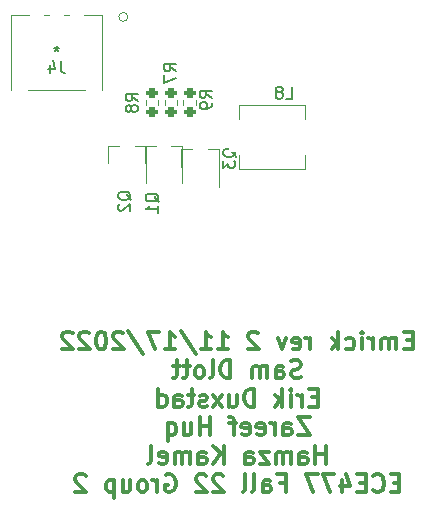
<source format=gbo>
G04 #@! TF.GenerationSoftware,KiCad,Pcbnew,(6.0.8)*
G04 #@! TF.CreationDate,2022-11-18T11:01:35-05:00*
G04 #@! TF.ProjectId,Emrick,456d7269-636b-42e6-9b69-6361645f7063,2*
G04 #@! TF.SameCoordinates,Original*
G04 #@! TF.FileFunction,Legend,Bot*
G04 #@! TF.FilePolarity,Positive*
%FSLAX46Y46*%
G04 Gerber Fmt 4.6, Leading zero omitted, Abs format (unit mm)*
G04 Created by KiCad (PCBNEW (6.0.8)) date 2022-11-18 11:01:35*
%MOMM*%
%LPD*%
G01*
G04 APERTURE LIST*
G04 Aperture macros list*
%AMRoundRect*
0 Rectangle with rounded corners*
0 $1 Rounding radius*
0 $2 $3 $4 $5 $6 $7 $8 $9 X,Y pos of 4 corners*
0 Add a 4 corners polygon primitive as box body*
4,1,4,$2,$3,$4,$5,$6,$7,$8,$9,$2,$3,0*
0 Add four circle primitives for the rounded corners*
1,1,$1+$1,$2,$3*
1,1,$1+$1,$4,$5*
1,1,$1+$1,$6,$7*
1,1,$1+$1,$8,$9*
0 Add four rect primitives between the rounded corners*
20,1,$1+$1,$2,$3,$4,$5,0*
20,1,$1+$1,$4,$5,$6,$7,0*
20,1,$1+$1,$6,$7,$8,$9,0*
20,1,$1+$1,$8,$9,$2,$3,0*%
G04 Aperture macros list end*
%ADD10C,0.300000*%
%ADD11C,0.150000*%
%ADD12C,0.120000*%
%ADD13R,0.800000X1.900000*%
%ADD14C,0.508000*%
%ADD15C,0.499999*%
%ADD16R,1.000000X1.000000*%
%ADD17O,1.000000X1.000000*%
%ADD18R,1.700000X1.700000*%
%ADD19O,1.700000X1.700000*%
%ADD20C,0.650000*%
%ADD21O,1.600000X1.000000*%
%ADD22O,2.100000X1.000000*%
%ADD23R,2.500000X2.500000*%
%ADD24RoundRect,0.200000X-0.275000X0.200000X-0.275000X-0.200000X0.275000X-0.200000X0.275000X0.200000X0*%
%ADD25R,0.762000X1.854200*%
%ADD26R,0.660400X2.000000*%
G04 APERTURE END LIST*
D10*
X117385714Y-47055357D02*
X116885714Y-47055357D01*
X116671428Y-47841071D02*
X117385714Y-47841071D01*
X117385714Y-46341071D01*
X116671428Y-46341071D01*
X116028571Y-47841071D02*
X116028571Y-46841071D01*
X116028571Y-46983928D02*
X115957142Y-46912500D01*
X115814285Y-46841071D01*
X115600000Y-46841071D01*
X115457142Y-46912500D01*
X115385714Y-47055357D01*
X115385714Y-47841071D01*
X115385714Y-47055357D02*
X115314285Y-46912500D01*
X115171428Y-46841071D01*
X114957142Y-46841071D01*
X114814285Y-46912500D01*
X114742857Y-47055357D01*
X114742857Y-47841071D01*
X114028571Y-47841071D02*
X114028571Y-46841071D01*
X114028571Y-47126785D02*
X113957142Y-46983928D01*
X113885714Y-46912500D01*
X113742857Y-46841071D01*
X113600000Y-46841071D01*
X113100000Y-47841071D02*
X113100000Y-46841071D01*
X113100000Y-46341071D02*
X113171428Y-46412500D01*
X113100000Y-46483928D01*
X113028571Y-46412500D01*
X113100000Y-46341071D01*
X113100000Y-46483928D01*
X111742857Y-47769642D02*
X111885714Y-47841071D01*
X112171428Y-47841071D01*
X112314285Y-47769642D01*
X112385714Y-47698214D01*
X112457142Y-47555357D01*
X112457142Y-47126785D01*
X112385714Y-46983928D01*
X112314285Y-46912500D01*
X112171428Y-46841071D01*
X111885714Y-46841071D01*
X111742857Y-46912500D01*
X111100000Y-47841071D02*
X111100000Y-46341071D01*
X110957142Y-47269642D02*
X110528571Y-47841071D01*
X110528571Y-46841071D02*
X111100000Y-47412500D01*
X108742857Y-47841071D02*
X108742857Y-46841071D01*
X108742857Y-47126785D02*
X108671428Y-46983928D01*
X108600000Y-46912500D01*
X108457142Y-46841071D01*
X108314285Y-46841071D01*
X107242857Y-47769642D02*
X107385714Y-47841071D01*
X107671428Y-47841071D01*
X107814285Y-47769642D01*
X107885714Y-47626785D01*
X107885714Y-47055357D01*
X107814285Y-46912500D01*
X107671428Y-46841071D01*
X107385714Y-46841071D01*
X107242857Y-46912500D01*
X107171428Y-47055357D01*
X107171428Y-47198214D01*
X107885714Y-47341071D01*
X106671428Y-46841071D02*
X106314285Y-47841071D01*
X105957142Y-46841071D01*
X104314285Y-46483928D02*
X104242857Y-46412500D01*
X104100000Y-46341071D01*
X103742857Y-46341071D01*
X103600000Y-46412500D01*
X103528571Y-46483928D01*
X103457142Y-46626785D01*
X103457142Y-46769642D01*
X103528571Y-46983928D01*
X104385714Y-47841071D01*
X103457142Y-47841071D01*
X100885714Y-47841071D02*
X101742857Y-47841071D01*
X101314285Y-47841071D02*
X101314285Y-46341071D01*
X101457142Y-46555357D01*
X101600000Y-46698214D01*
X101742857Y-46769642D01*
X99457142Y-47841071D02*
X100314285Y-47841071D01*
X99885714Y-47841071D02*
X99885714Y-46341071D01*
X100028571Y-46555357D01*
X100171428Y-46698214D01*
X100314285Y-46769642D01*
X97742857Y-46269642D02*
X99028571Y-48198214D01*
X96457142Y-47841071D02*
X97314285Y-47841071D01*
X96885714Y-47841071D02*
X96885714Y-46341071D01*
X97028571Y-46555357D01*
X97171428Y-46698214D01*
X97314285Y-46769642D01*
X95957142Y-46341071D02*
X94957142Y-46341071D01*
X95600000Y-47841071D01*
X93314285Y-46269642D02*
X94600000Y-48198214D01*
X92885714Y-46483928D02*
X92814285Y-46412500D01*
X92671428Y-46341071D01*
X92314285Y-46341071D01*
X92171428Y-46412500D01*
X92100000Y-46483928D01*
X92028571Y-46626785D01*
X92028571Y-46769642D01*
X92100000Y-46983928D01*
X92957142Y-47841071D01*
X92028571Y-47841071D01*
X91100000Y-46341071D02*
X90957142Y-46341071D01*
X90814285Y-46412500D01*
X90742857Y-46483928D01*
X90671428Y-46626785D01*
X90600000Y-46912500D01*
X90600000Y-47269642D01*
X90671428Y-47555357D01*
X90742857Y-47698214D01*
X90814285Y-47769642D01*
X90957142Y-47841071D01*
X91100000Y-47841071D01*
X91242857Y-47769642D01*
X91314285Y-47698214D01*
X91385714Y-47555357D01*
X91457142Y-47269642D01*
X91457142Y-46912500D01*
X91385714Y-46626785D01*
X91314285Y-46483928D01*
X91242857Y-46412500D01*
X91100000Y-46341071D01*
X90028571Y-46483928D02*
X89957142Y-46412500D01*
X89814285Y-46341071D01*
X89457142Y-46341071D01*
X89314285Y-46412500D01*
X89242857Y-46483928D01*
X89171428Y-46626785D01*
X89171428Y-46769642D01*
X89242857Y-46983928D01*
X90100000Y-47841071D01*
X89171428Y-47841071D01*
X88600000Y-46483928D02*
X88528571Y-46412500D01*
X88385714Y-46341071D01*
X88028571Y-46341071D01*
X87885714Y-46412500D01*
X87814285Y-46483928D01*
X87742857Y-46626785D01*
X87742857Y-46769642D01*
X87814285Y-46983928D01*
X88671428Y-47841071D01*
X87742857Y-47841071D01*
X107957142Y-50184642D02*
X107742857Y-50256071D01*
X107385714Y-50256071D01*
X107242857Y-50184642D01*
X107171428Y-50113214D01*
X107100000Y-49970357D01*
X107100000Y-49827500D01*
X107171428Y-49684642D01*
X107242857Y-49613214D01*
X107385714Y-49541785D01*
X107671428Y-49470357D01*
X107814285Y-49398928D01*
X107885714Y-49327500D01*
X107957142Y-49184642D01*
X107957142Y-49041785D01*
X107885714Y-48898928D01*
X107814285Y-48827500D01*
X107671428Y-48756071D01*
X107314285Y-48756071D01*
X107100000Y-48827500D01*
X105814285Y-50256071D02*
X105814285Y-49470357D01*
X105885714Y-49327500D01*
X106028571Y-49256071D01*
X106314285Y-49256071D01*
X106457142Y-49327500D01*
X105814285Y-50184642D02*
X105957142Y-50256071D01*
X106314285Y-50256071D01*
X106457142Y-50184642D01*
X106528571Y-50041785D01*
X106528571Y-49898928D01*
X106457142Y-49756071D01*
X106314285Y-49684642D01*
X105957142Y-49684642D01*
X105814285Y-49613214D01*
X105100000Y-50256071D02*
X105100000Y-49256071D01*
X105100000Y-49398928D02*
X105028571Y-49327500D01*
X104885714Y-49256071D01*
X104671428Y-49256071D01*
X104528571Y-49327500D01*
X104457142Y-49470357D01*
X104457142Y-50256071D01*
X104457142Y-49470357D02*
X104385714Y-49327500D01*
X104242857Y-49256071D01*
X104028571Y-49256071D01*
X103885714Y-49327500D01*
X103814285Y-49470357D01*
X103814285Y-50256071D01*
X101957142Y-50256071D02*
X101957142Y-48756071D01*
X101600000Y-48756071D01*
X101385714Y-48827500D01*
X101242857Y-48970357D01*
X101171428Y-49113214D01*
X101100000Y-49398928D01*
X101100000Y-49613214D01*
X101171428Y-49898928D01*
X101242857Y-50041785D01*
X101385714Y-50184642D01*
X101600000Y-50256071D01*
X101957142Y-50256071D01*
X100242857Y-50256071D02*
X100385714Y-50184642D01*
X100457142Y-50041785D01*
X100457142Y-48756071D01*
X99457142Y-50256071D02*
X99600000Y-50184642D01*
X99671428Y-50113214D01*
X99742857Y-49970357D01*
X99742857Y-49541785D01*
X99671428Y-49398928D01*
X99600000Y-49327500D01*
X99457142Y-49256071D01*
X99242857Y-49256071D01*
X99100000Y-49327500D01*
X99028571Y-49398928D01*
X98957142Y-49541785D01*
X98957142Y-49970357D01*
X99028571Y-50113214D01*
X99100000Y-50184642D01*
X99242857Y-50256071D01*
X99457142Y-50256071D01*
X98528571Y-49256071D02*
X97957142Y-49256071D01*
X98314285Y-48756071D02*
X98314285Y-50041785D01*
X98242857Y-50184642D01*
X98100000Y-50256071D01*
X97957142Y-50256071D01*
X97671428Y-49256071D02*
X97100000Y-49256071D01*
X97457142Y-48756071D02*
X97457142Y-50041785D01*
X97385714Y-50184642D01*
X97242857Y-50256071D01*
X97100000Y-50256071D01*
X109350000Y-51885357D02*
X108850000Y-51885357D01*
X108635714Y-52671071D02*
X109350000Y-52671071D01*
X109350000Y-51171071D01*
X108635714Y-51171071D01*
X107992857Y-52671071D02*
X107992857Y-51671071D01*
X107992857Y-51956785D02*
X107921428Y-51813928D01*
X107850000Y-51742500D01*
X107707142Y-51671071D01*
X107564285Y-51671071D01*
X107064285Y-52671071D02*
X107064285Y-51671071D01*
X107064285Y-51171071D02*
X107135714Y-51242500D01*
X107064285Y-51313928D01*
X106992857Y-51242500D01*
X107064285Y-51171071D01*
X107064285Y-51313928D01*
X106350000Y-52671071D02*
X106350000Y-51171071D01*
X106207142Y-52099642D02*
X105778571Y-52671071D01*
X105778571Y-51671071D02*
X106350000Y-52242500D01*
X103992857Y-52671071D02*
X103992857Y-51171071D01*
X103635714Y-51171071D01*
X103421428Y-51242500D01*
X103278571Y-51385357D01*
X103207142Y-51528214D01*
X103135714Y-51813928D01*
X103135714Y-52028214D01*
X103207142Y-52313928D01*
X103278571Y-52456785D01*
X103421428Y-52599642D01*
X103635714Y-52671071D01*
X103992857Y-52671071D01*
X101850000Y-51671071D02*
X101850000Y-52671071D01*
X102492857Y-51671071D02*
X102492857Y-52456785D01*
X102421428Y-52599642D01*
X102278571Y-52671071D01*
X102064285Y-52671071D01*
X101921428Y-52599642D01*
X101850000Y-52528214D01*
X101278571Y-52671071D02*
X100492857Y-51671071D01*
X101278571Y-51671071D02*
X100492857Y-52671071D01*
X99992857Y-52599642D02*
X99850000Y-52671071D01*
X99564285Y-52671071D01*
X99421428Y-52599642D01*
X99350000Y-52456785D01*
X99350000Y-52385357D01*
X99421428Y-52242500D01*
X99564285Y-52171071D01*
X99778571Y-52171071D01*
X99921428Y-52099642D01*
X99992857Y-51956785D01*
X99992857Y-51885357D01*
X99921428Y-51742500D01*
X99778571Y-51671071D01*
X99564285Y-51671071D01*
X99421428Y-51742500D01*
X98921428Y-51671071D02*
X98350000Y-51671071D01*
X98707142Y-51171071D02*
X98707142Y-52456785D01*
X98635714Y-52599642D01*
X98492857Y-52671071D01*
X98350000Y-52671071D01*
X97207142Y-52671071D02*
X97207142Y-51885357D01*
X97278571Y-51742500D01*
X97421428Y-51671071D01*
X97707142Y-51671071D01*
X97850000Y-51742500D01*
X97207142Y-52599642D02*
X97350000Y-52671071D01*
X97707142Y-52671071D01*
X97850000Y-52599642D01*
X97921428Y-52456785D01*
X97921428Y-52313928D01*
X97850000Y-52171071D01*
X97707142Y-52099642D01*
X97350000Y-52099642D01*
X97207142Y-52028214D01*
X95850000Y-52671071D02*
X95850000Y-51171071D01*
X95850000Y-52599642D02*
X95992857Y-52671071D01*
X96278571Y-52671071D01*
X96421428Y-52599642D01*
X96492857Y-52528214D01*
X96564285Y-52385357D01*
X96564285Y-51956785D01*
X96492857Y-51813928D01*
X96421428Y-51742500D01*
X96278571Y-51671071D01*
X95992857Y-51671071D01*
X95850000Y-51742500D01*
X108671428Y-53586071D02*
X107671428Y-53586071D01*
X108671428Y-55086071D01*
X107671428Y-55086071D01*
X106457142Y-55086071D02*
X106457142Y-54300357D01*
X106528571Y-54157500D01*
X106671428Y-54086071D01*
X106957142Y-54086071D01*
X107100000Y-54157500D01*
X106457142Y-55014642D02*
X106600000Y-55086071D01*
X106957142Y-55086071D01*
X107100000Y-55014642D01*
X107171428Y-54871785D01*
X107171428Y-54728928D01*
X107100000Y-54586071D01*
X106957142Y-54514642D01*
X106600000Y-54514642D01*
X106457142Y-54443214D01*
X105742857Y-55086071D02*
X105742857Y-54086071D01*
X105742857Y-54371785D02*
X105671428Y-54228928D01*
X105600000Y-54157500D01*
X105457142Y-54086071D01*
X105314285Y-54086071D01*
X104242857Y-55014642D02*
X104385714Y-55086071D01*
X104671428Y-55086071D01*
X104814285Y-55014642D01*
X104885714Y-54871785D01*
X104885714Y-54300357D01*
X104814285Y-54157500D01*
X104671428Y-54086071D01*
X104385714Y-54086071D01*
X104242857Y-54157500D01*
X104171428Y-54300357D01*
X104171428Y-54443214D01*
X104885714Y-54586071D01*
X102957142Y-55014642D02*
X103100000Y-55086071D01*
X103385714Y-55086071D01*
X103528571Y-55014642D01*
X103600000Y-54871785D01*
X103600000Y-54300357D01*
X103528571Y-54157500D01*
X103385714Y-54086071D01*
X103100000Y-54086071D01*
X102957142Y-54157500D01*
X102885714Y-54300357D01*
X102885714Y-54443214D01*
X103600000Y-54586071D01*
X102457142Y-54086071D02*
X101885714Y-54086071D01*
X102242857Y-55086071D02*
X102242857Y-53800357D01*
X102171428Y-53657500D01*
X102028571Y-53586071D01*
X101885714Y-53586071D01*
X100242857Y-55086071D02*
X100242857Y-53586071D01*
X100242857Y-54300357D02*
X99385714Y-54300357D01*
X99385714Y-55086071D02*
X99385714Y-53586071D01*
X98028571Y-54086071D02*
X98028571Y-55086071D01*
X98671428Y-54086071D02*
X98671428Y-54871785D01*
X98600000Y-55014642D01*
X98457142Y-55086071D01*
X98242857Y-55086071D01*
X98100000Y-55014642D01*
X98028571Y-54943214D01*
X96671428Y-54086071D02*
X96671428Y-55586071D01*
X96671428Y-55014642D02*
X96814285Y-55086071D01*
X97100000Y-55086071D01*
X97242857Y-55014642D01*
X97314285Y-54943214D01*
X97385714Y-54800357D01*
X97385714Y-54371785D01*
X97314285Y-54228928D01*
X97242857Y-54157500D01*
X97100000Y-54086071D01*
X96814285Y-54086071D01*
X96671428Y-54157500D01*
X110028571Y-57501071D02*
X110028571Y-56001071D01*
X110028571Y-56715357D02*
X109171428Y-56715357D01*
X109171428Y-57501071D02*
X109171428Y-56001071D01*
X107814285Y-57501071D02*
X107814285Y-56715357D01*
X107885714Y-56572500D01*
X108028571Y-56501071D01*
X108314285Y-56501071D01*
X108457142Y-56572500D01*
X107814285Y-57429642D02*
X107957142Y-57501071D01*
X108314285Y-57501071D01*
X108457142Y-57429642D01*
X108528571Y-57286785D01*
X108528571Y-57143928D01*
X108457142Y-57001071D01*
X108314285Y-56929642D01*
X107957142Y-56929642D01*
X107814285Y-56858214D01*
X107100000Y-57501071D02*
X107100000Y-56501071D01*
X107100000Y-56643928D02*
X107028571Y-56572500D01*
X106885714Y-56501071D01*
X106671428Y-56501071D01*
X106528571Y-56572500D01*
X106457142Y-56715357D01*
X106457142Y-57501071D01*
X106457142Y-56715357D02*
X106385714Y-56572500D01*
X106242857Y-56501071D01*
X106028571Y-56501071D01*
X105885714Y-56572500D01*
X105814285Y-56715357D01*
X105814285Y-57501071D01*
X105242857Y-56501071D02*
X104457142Y-56501071D01*
X105242857Y-57501071D01*
X104457142Y-57501071D01*
X103242857Y-57501071D02*
X103242857Y-56715357D01*
X103314285Y-56572500D01*
X103457142Y-56501071D01*
X103742857Y-56501071D01*
X103885714Y-56572500D01*
X103242857Y-57429642D02*
X103385714Y-57501071D01*
X103742857Y-57501071D01*
X103885714Y-57429642D01*
X103957142Y-57286785D01*
X103957142Y-57143928D01*
X103885714Y-57001071D01*
X103742857Y-56929642D01*
X103385714Y-56929642D01*
X103242857Y-56858214D01*
X101385714Y-57501071D02*
X101385714Y-56001071D01*
X100528571Y-57501071D02*
X101171428Y-56643928D01*
X100528571Y-56001071D02*
X101385714Y-56858214D01*
X99242857Y-57501071D02*
X99242857Y-56715357D01*
X99314285Y-56572500D01*
X99457142Y-56501071D01*
X99742857Y-56501071D01*
X99885714Y-56572500D01*
X99242857Y-57429642D02*
X99385714Y-57501071D01*
X99742857Y-57501071D01*
X99885714Y-57429642D01*
X99957142Y-57286785D01*
X99957142Y-57143928D01*
X99885714Y-57001071D01*
X99742857Y-56929642D01*
X99385714Y-56929642D01*
X99242857Y-56858214D01*
X98528571Y-57501071D02*
X98528571Y-56501071D01*
X98528571Y-56643928D02*
X98457142Y-56572500D01*
X98314285Y-56501071D01*
X98100000Y-56501071D01*
X97957142Y-56572500D01*
X97885714Y-56715357D01*
X97885714Y-57501071D01*
X97885714Y-56715357D02*
X97814285Y-56572500D01*
X97671428Y-56501071D01*
X97457142Y-56501071D01*
X97314285Y-56572500D01*
X97242857Y-56715357D01*
X97242857Y-57501071D01*
X95957142Y-57429642D02*
X96100000Y-57501071D01*
X96385714Y-57501071D01*
X96528571Y-57429642D01*
X96600000Y-57286785D01*
X96600000Y-56715357D01*
X96528571Y-56572500D01*
X96385714Y-56501071D01*
X96100000Y-56501071D01*
X95957142Y-56572500D01*
X95885714Y-56715357D01*
X95885714Y-56858214D01*
X96600000Y-57001071D01*
X95028571Y-57501071D02*
X95171428Y-57429642D01*
X95242857Y-57286785D01*
X95242857Y-56001071D01*
X116278571Y-59130357D02*
X115778571Y-59130357D01*
X115564285Y-59916071D02*
X116278571Y-59916071D01*
X116278571Y-58416071D01*
X115564285Y-58416071D01*
X114064285Y-59773214D02*
X114135714Y-59844642D01*
X114350000Y-59916071D01*
X114492857Y-59916071D01*
X114707142Y-59844642D01*
X114850000Y-59701785D01*
X114921428Y-59558928D01*
X114992857Y-59273214D01*
X114992857Y-59058928D01*
X114921428Y-58773214D01*
X114850000Y-58630357D01*
X114707142Y-58487500D01*
X114492857Y-58416071D01*
X114350000Y-58416071D01*
X114135714Y-58487500D01*
X114064285Y-58558928D01*
X113421428Y-59130357D02*
X112921428Y-59130357D01*
X112707142Y-59916071D02*
X113421428Y-59916071D01*
X113421428Y-58416071D01*
X112707142Y-58416071D01*
X111421428Y-58916071D02*
X111421428Y-59916071D01*
X111778571Y-58344642D02*
X112135714Y-59416071D01*
X111207142Y-59416071D01*
X110778571Y-58416071D02*
X109778571Y-58416071D01*
X110421428Y-59916071D01*
X109350000Y-58416071D02*
X108350000Y-58416071D01*
X108992857Y-59916071D01*
X106135714Y-59130357D02*
X106635714Y-59130357D01*
X106635714Y-59916071D02*
X106635714Y-58416071D01*
X105921428Y-58416071D01*
X104707142Y-59916071D02*
X104707142Y-59130357D01*
X104778571Y-58987500D01*
X104921428Y-58916071D01*
X105207142Y-58916071D01*
X105350000Y-58987500D01*
X104707142Y-59844642D02*
X104850000Y-59916071D01*
X105207142Y-59916071D01*
X105350000Y-59844642D01*
X105421428Y-59701785D01*
X105421428Y-59558928D01*
X105350000Y-59416071D01*
X105207142Y-59344642D01*
X104850000Y-59344642D01*
X104707142Y-59273214D01*
X103778571Y-59916071D02*
X103921428Y-59844642D01*
X103992857Y-59701785D01*
X103992857Y-58416071D01*
X102992857Y-59916071D02*
X103135714Y-59844642D01*
X103207142Y-59701785D01*
X103207142Y-58416071D01*
X101350000Y-58558928D02*
X101278571Y-58487500D01*
X101135714Y-58416071D01*
X100778571Y-58416071D01*
X100635714Y-58487500D01*
X100564285Y-58558928D01*
X100492857Y-58701785D01*
X100492857Y-58844642D01*
X100564285Y-59058928D01*
X101421428Y-59916071D01*
X100492857Y-59916071D01*
X99921428Y-58558928D02*
X99850000Y-58487500D01*
X99707142Y-58416071D01*
X99350000Y-58416071D01*
X99207142Y-58487500D01*
X99135714Y-58558928D01*
X99064285Y-58701785D01*
X99064285Y-58844642D01*
X99135714Y-59058928D01*
X99992857Y-59916071D01*
X99064285Y-59916071D01*
X96492857Y-58487500D02*
X96635714Y-58416071D01*
X96850000Y-58416071D01*
X97064285Y-58487500D01*
X97207142Y-58630357D01*
X97278571Y-58773214D01*
X97350000Y-59058928D01*
X97350000Y-59273214D01*
X97278571Y-59558928D01*
X97207142Y-59701785D01*
X97064285Y-59844642D01*
X96850000Y-59916071D01*
X96707142Y-59916071D01*
X96492857Y-59844642D01*
X96421428Y-59773214D01*
X96421428Y-59273214D01*
X96707142Y-59273214D01*
X95778571Y-59916071D02*
X95778571Y-58916071D01*
X95778571Y-59201785D02*
X95707142Y-59058928D01*
X95635714Y-58987500D01*
X95492857Y-58916071D01*
X95350000Y-58916071D01*
X94635714Y-59916071D02*
X94778571Y-59844642D01*
X94850000Y-59773214D01*
X94921428Y-59630357D01*
X94921428Y-59201785D01*
X94850000Y-59058928D01*
X94778571Y-58987500D01*
X94635714Y-58916071D01*
X94421428Y-58916071D01*
X94278571Y-58987500D01*
X94207142Y-59058928D01*
X94135714Y-59201785D01*
X94135714Y-59630357D01*
X94207142Y-59773214D01*
X94278571Y-59844642D01*
X94421428Y-59916071D01*
X94635714Y-59916071D01*
X92850000Y-58916071D02*
X92850000Y-59916071D01*
X93492857Y-58916071D02*
X93492857Y-59701785D01*
X93421428Y-59844642D01*
X93278571Y-59916071D01*
X93064285Y-59916071D01*
X92921428Y-59844642D01*
X92850000Y-59773214D01*
X92135714Y-58916071D02*
X92135714Y-60416071D01*
X92135714Y-58987500D02*
X91992857Y-58916071D01*
X91707142Y-58916071D01*
X91564285Y-58987500D01*
X91492857Y-59058928D01*
X91421428Y-59201785D01*
X91421428Y-59630357D01*
X91492857Y-59773214D01*
X91564285Y-59844642D01*
X91707142Y-59916071D01*
X91992857Y-59916071D01*
X92135714Y-59844642D01*
X89707142Y-58558928D02*
X89635714Y-58487500D01*
X89492857Y-58416071D01*
X89135714Y-58416071D01*
X88992857Y-58487500D01*
X88921428Y-58558928D01*
X88850000Y-58701785D01*
X88850000Y-58844642D01*
X88921428Y-59058928D01*
X89778571Y-59916071D01*
X88850000Y-59916071D01*
D11*
X102447619Y-31554761D02*
X102400000Y-31459523D01*
X102304761Y-31364285D01*
X102161904Y-31221428D01*
X102114285Y-31126190D01*
X102114285Y-31030952D01*
X102352380Y-31078571D02*
X102304761Y-30983333D01*
X102209523Y-30888095D01*
X102019047Y-30840476D01*
X101685714Y-30840476D01*
X101495238Y-30888095D01*
X101400000Y-30983333D01*
X101352380Y-31078571D01*
X101352380Y-31269047D01*
X101400000Y-31364285D01*
X101495238Y-31459523D01*
X101685714Y-31507142D01*
X102019047Y-31507142D01*
X102209523Y-31459523D01*
X102304761Y-31364285D01*
X102352380Y-31269047D01*
X102352380Y-31078571D01*
X101352380Y-31840476D02*
X101352380Y-32459523D01*
X101733333Y-32126190D01*
X101733333Y-32269047D01*
X101780952Y-32364285D01*
X101828571Y-32411904D01*
X101923809Y-32459523D01*
X102161904Y-32459523D01*
X102257142Y-32411904D01*
X102304761Y-32364285D01*
X102352380Y-32269047D01*
X102352380Y-31983333D01*
X102304761Y-31888095D01*
X102257142Y-31840476D01*
X93547619Y-35204761D02*
X93500000Y-35109523D01*
X93404761Y-35014285D01*
X93261904Y-34871428D01*
X93214285Y-34776190D01*
X93214285Y-34680952D01*
X93452380Y-34728571D02*
X93404761Y-34633333D01*
X93309523Y-34538095D01*
X93119047Y-34490476D01*
X92785714Y-34490476D01*
X92595238Y-34538095D01*
X92500000Y-34633333D01*
X92452380Y-34728571D01*
X92452380Y-34919047D01*
X92500000Y-35014285D01*
X92595238Y-35109523D01*
X92785714Y-35157142D01*
X93119047Y-35157142D01*
X93309523Y-35109523D01*
X93404761Y-35014285D01*
X93452380Y-34919047D01*
X93452380Y-34728571D01*
X92547619Y-35538095D02*
X92500000Y-35585714D01*
X92452380Y-35680952D01*
X92452380Y-35919047D01*
X92500000Y-36014285D01*
X92547619Y-36061904D01*
X92642857Y-36109523D01*
X92738095Y-36109523D01*
X92880952Y-36061904D01*
X93452380Y-35490476D01*
X93452380Y-36109523D01*
X95897619Y-35354761D02*
X95850000Y-35259523D01*
X95754761Y-35164285D01*
X95611904Y-35021428D01*
X95564285Y-34926190D01*
X95564285Y-34830952D01*
X95802380Y-34878571D02*
X95754761Y-34783333D01*
X95659523Y-34688095D01*
X95469047Y-34640476D01*
X95135714Y-34640476D01*
X94945238Y-34688095D01*
X94850000Y-34783333D01*
X94802380Y-34878571D01*
X94802380Y-35069047D01*
X94850000Y-35164285D01*
X94945238Y-35259523D01*
X95135714Y-35307142D01*
X95469047Y-35307142D01*
X95659523Y-35259523D01*
X95754761Y-35164285D01*
X95802380Y-35069047D01*
X95802380Y-34878571D01*
X95802380Y-36259523D02*
X95802380Y-35688095D01*
X95802380Y-35973809D02*
X94802380Y-35973809D01*
X94945238Y-35878571D01*
X95040476Y-35783333D01*
X95088095Y-35688095D01*
X106666666Y-26602380D02*
X107142857Y-26602380D01*
X107142857Y-25602380D01*
X106190476Y-26030952D02*
X106285714Y-25983333D01*
X106333333Y-25935714D01*
X106380952Y-25840476D01*
X106380952Y-25792857D01*
X106333333Y-25697619D01*
X106285714Y-25650000D01*
X106190476Y-25602380D01*
X106000000Y-25602380D01*
X105904761Y-25650000D01*
X105857142Y-25697619D01*
X105809523Y-25792857D01*
X105809523Y-25840476D01*
X105857142Y-25935714D01*
X105904761Y-25983333D01*
X106000000Y-26030952D01*
X106190476Y-26030952D01*
X106285714Y-26078571D01*
X106333333Y-26126190D01*
X106380952Y-26221428D01*
X106380952Y-26411904D01*
X106333333Y-26507142D01*
X106285714Y-26554761D01*
X106190476Y-26602380D01*
X106000000Y-26602380D01*
X105904761Y-26554761D01*
X105857142Y-26507142D01*
X105809523Y-26411904D01*
X105809523Y-26221428D01*
X105857142Y-26126190D01*
X105904761Y-26078571D01*
X106000000Y-26030952D01*
X100369880Y-26525833D02*
X99893690Y-26192500D01*
X100369880Y-25954404D02*
X99369880Y-25954404D01*
X99369880Y-26335357D01*
X99417500Y-26430595D01*
X99465119Y-26478214D01*
X99560357Y-26525833D01*
X99703214Y-26525833D01*
X99798452Y-26478214D01*
X99846071Y-26430595D01*
X99893690Y-26335357D01*
X99893690Y-25954404D01*
X100369880Y-27002023D02*
X100369880Y-27192500D01*
X100322261Y-27287738D01*
X100274642Y-27335357D01*
X100131785Y-27430595D01*
X99941309Y-27478214D01*
X99560357Y-27478214D01*
X99465119Y-27430595D01*
X99417500Y-27382976D01*
X99369880Y-27287738D01*
X99369880Y-27097261D01*
X99417500Y-27002023D01*
X99465119Y-26954404D01*
X99560357Y-26906785D01*
X99798452Y-26906785D01*
X99893690Y-26954404D01*
X99941309Y-27002023D01*
X99988928Y-27097261D01*
X99988928Y-27287738D01*
X99941309Y-27382976D01*
X99893690Y-27430595D01*
X99798452Y-27478214D01*
X87583333Y-23414380D02*
X87583333Y-24128666D01*
X87630952Y-24271523D01*
X87726190Y-24366761D01*
X87869047Y-24414380D01*
X87964285Y-24414380D01*
X86678571Y-23747714D02*
X86678571Y-24414380D01*
X86916666Y-23366761D02*
X87154761Y-24081047D01*
X86535714Y-24081047D01*
X87250000Y-22152380D02*
X87250000Y-22390476D01*
X87488095Y-22295238D02*
X87250000Y-22390476D01*
X87011904Y-22295238D01*
X87392857Y-22580952D02*
X87250000Y-22390476D01*
X87107142Y-22580952D01*
X97369880Y-24275833D02*
X96893690Y-23942500D01*
X97369880Y-23704404D02*
X96369880Y-23704404D01*
X96369880Y-24085357D01*
X96417500Y-24180595D01*
X96465119Y-24228214D01*
X96560357Y-24275833D01*
X96703214Y-24275833D01*
X96798452Y-24228214D01*
X96846071Y-24180595D01*
X96893690Y-24085357D01*
X96893690Y-23704404D01*
X96369880Y-24609166D02*
X96369880Y-25275833D01*
X97369880Y-24847261D01*
X94119880Y-26775833D02*
X93643690Y-26442500D01*
X94119880Y-26204404D02*
X93119880Y-26204404D01*
X93119880Y-26585357D01*
X93167500Y-26680595D01*
X93215119Y-26728214D01*
X93310357Y-26775833D01*
X93453214Y-26775833D01*
X93548452Y-26728214D01*
X93596071Y-26680595D01*
X93643690Y-26585357D01*
X93643690Y-26204404D01*
X93548452Y-27347261D02*
X93500833Y-27252023D01*
X93453214Y-27204404D01*
X93357976Y-27156785D01*
X93310357Y-27156785D01*
X93215119Y-27204404D01*
X93167500Y-27252023D01*
X93119880Y-27347261D01*
X93119880Y-27537738D01*
X93167500Y-27632976D01*
X93215119Y-27680595D01*
X93310357Y-27728214D01*
X93357976Y-27728214D01*
X93453214Y-27680595D01*
X93500833Y-27632976D01*
X93548452Y-27537738D01*
X93548452Y-27347261D01*
X93596071Y-27252023D01*
X93643690Y-27204404D01*
X93738928Y-27156785D01*
X93929404Y-27156785D01*
X94024642Y-27204404D01*
X94072261Y-27252023D01*
X94119880Y-27347261D01*
X94119880Y-27537738D01*
X94072261Y-27632976D01*
X94024642Y-27680595D01*
X93929404Y-27728214D01*
X93738928Y-27728214D01*
X93643690Y-27680595D01*
X93596071Y-27632976D01*
X93548452Y-27537738D01*
D12*
X100980000Y-30890000D02*
X100980000Y-34050000D01*
X97820000Y-30890000D02*
X97820000Y-32350000D01*
X97820000Y-30890000D02*
X98750000Y-30890000D01*
X100980000Y-30890000D02*
X100050000Y-30890000D01*
X94780000Y-30590000D02*
X94780000Y-33750000D01*
X91620000Y-30590000D02*
X91620000Y-32050000D01*
X91620000Y-30590000D02*
X92550000Y-30590000D01*
X94780000Y-30590000D02*
X93850000Y-30590000D01*
X97880000Y-30590000D02*
X97880000Y-33750000D01*
X94720000Y-30590000D02*
X94720000Y-32050000D01*
X94720000Y-30590000D02*
X95650000Y-30590000D01*
X97880000Y-30590000D02*
X96950000Y-30590000D01*
X108300000Y-32550000D02*
X108300000Y-31400000D01*
X108300000Y-32550000D02*
X102700000Y-32550000D01*
X108300000Y-27150000D02*
X108300000Y-28300000D01*
X102700000Y-27150000D02*
X102700000Y-28300000D01*
X102700000Y-32550000D02*
X102700000Y-31400000D01*
X108300000Y-27150000D02*
X102700000Y-27150000D01*
X97995000Y-26705242D02*
X97995000Y-27179758D01*
X99040000Y-26705242D02*
X99040000Y-27179758D01*
X93282500Y-19677400D02*
G75*
G03*
X93282500Y-19677400I-381000J0D01*
G01*
X89674460Y-25849600D02*
X84825540Y-25849600D01*
X83376500Y-25849600D02*
X83376500Y-19550400D01*
X86212941Y-19550400D02*
X86587060Y-19550400D01*
X87912940Y-19550400D02*
X88287059Y-19550400D01*
X91123500Y-19550400D02*
X91123500Y-25849600D01*
X89612939Y-19550400D02*
X91123500Y-19550400D01*
X83376500Y-19550400D02*
X84887061Y-19550400D01*
X97440000Y-26705242D02*
X97440000Y-27179758D01*
X96395000Y-26705242D02*
X96395000Y-27179758D01*
X94795000Y-26705242D02*
X94795000Y-27179758D01*
X95840000Y-26705242D02*
X95840000Y-27179758D01*
%LPC*%
D13*
X100350000Y-33150000D03*
X98450000Y-33150000D03*
X99400000Y-30150000D03*
X94150000Y-32850000D03*
X92250000Y-32850000D03*
X93200000Y-29850000D03*
X97250000Y-32850000D03*
X95350000Y-32850000D03*
X96300000Y-29850000D03*
D14*
X89571300Y-29293700D03*
X90358700Y-28506300D03*
X90358700Y-29293700D03*
X89571300Y-28506300D03*
D15*
X102875001Y-40453501D03*
X106003501Y-37325001D03*
X106003501Y-41974999D03*
X102875001Y-38846499D03*
X107524999Y-38846499D03*
X104396499Y-41974999D03*
X104396499Y-40453501D03*
X107524999Y-40453501D03*
X104396499Y-38846499D03*
X104396499Y-37325001D03*
X106003501Y-38846499D03*
X106003501Y-40453501D03*
D16*
X116550000Y-31575000D03*
D17*
X116550000Y-30305000D03*
X117820000Y-31575000D03*
X117820000Y-30305000D03*
X119090000Y-31575000D03*
X119090000Y-30305000D03*
X120360000Y-31575000D03*
X120360000Y-30305000D03*
X121630000Y-31575000D03*
X121630000Y-30305000D03*
D18*
X83907000Y-32281000D03*
D19*
X83907000Y-29741000D03*
X83907000Y-27201000D03*
D18*
X105300000Y-19075000D03*
D19*
X102760000Y-19075000D03*
X100220000Y-19075000D03*
X97680000Y-19075000D03*
D20*
X116195000Y-25740000D03*
X116195000Y-19960000D03*
D21*
X119875000Y-27170000D03*
D22*
X115695000Y-18530000D03*
X115695000Y-27170000D03*
D21*
X119875000Y-18530000D03*
D14*
X104793700Y-24450000D03*
X104006300Y-25237400D03*
X104006300Y-23662600D03*
X104793700Y-23662600D03*
X104006300Y-24450000D03*
X104793700Y-25237400D03*
D23*
X107800000Y-29850000D03*
X103100000Y-29850000D03*
D24*
X98517500Y-26117500D03*
X98517500Y-27767500D03*
D25*
X84175000Y-24727400D03*
X90325000Y-24727400D03*
D26*
X85550001Y-19262000D03*
X87250000Y-19262000D03*
X88949999Y-19262000D03*
D24*
X96917500Y-26117500D03*
X96917500Y-27767500D03*
X95317500Y-26117500D03*
X95317500Y-27767500D03*
M02*

</source>
